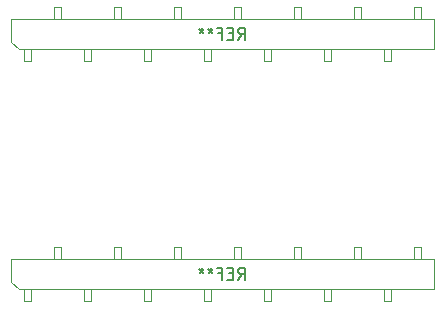
<source format=gbr>
G04 #@! TF.GenerationSoftware,KiCad,Pcbnew,6.0.0-rc1-unknown-59b0f55~66~ubuntu16.04.1*
G04 #@! TF.CreationDate,2018-11-29T09:25:19-07:00
G04 #@! TF.ProjectId,001,3030312e-6b69-4636-9164-5f7063625858,rev?*
G04 #@! TF.SameCoordinates,Original*
G04 #@! TF.FileFunction,Other,Fab,Bot*
%FSLAX46Y46*%
G04 Gerber Fmt 4.6, Leading zero omitted, Abs format (unit mm)*
G04 Created by KiCad (PCBNEW 6.0.0-rc1-unknown-59b0f55~66~ubuntu16.04.1) date Thu 29 Nov 2018 09:25:19 AM MST*
%MOMM*%
%LPD*%
G01*
G04 APERTURE LIST*
%ADD10C,0.100000*%
%ADD11C,0.150000*%
G04 APERTURE END LIST*
D10*
G04 #@! TO.C,REF\002A\002A*
X149525000Y-71998496D02*
X148925000Y-71998496D01*
X149525000Y-72998496D02*
X149525000Y-71998496D01*
X148925000Y-71998496D02*
X148925000Y-72998496D01*
X146985000Y-76538496D02*
X146985000Y-75538496D01*
X146385000Y-76538496D02*
X146985000Y-76538496D01*
X146385000Y-75538496D02*
X146385000Y-76538496D01*
X144445000Y-71998496D02*
X143845000Y-71998496D01*
X144445000Y-72998496D02*
X144445000Y-71998496D01*
X143845000Y-71998496D02*
X143845000Y-72998496D01*
X141905000Y-76538496D02*
X141905000Y-75538496D01*
X141305000Y-76538496D02*
X141905000Y-76538496D01*
X141305000Y-75538496D02*
X141305000Y-76538496D01*
X139365000Y-71998496D02*
X138765000Y-71998496D01*
X139365000Y-72998496D02*
X139365000Y-71998496D01*
X138765000Y-71998496D02*
X138765000Y-72998496D01*
X136825000Y-76538496D02*
X136825000Y-75538496D01*
X136225000Y-76538496D02*
X136825000Y-76538496D01*
X136225000Y-75538496D02*
X136225000Y-76538496D01*
X134285000Y-71998496D02*
X133685000Y-71998496D01*
X134285000Y-72998496D02*
X134285000Y-71998496D01*
X133685000Y-71998496D02*
X133685000Y-72998496D01*
X131745000Y-76538496D02*
X131745000Y-75538496D01*
X131145000Y-76538496D02*
X131745000Y-76538496D01*
X131145000Y-75538496D02*
X131145000Y-76538496D01*
X129205000Y-71998496D02*
X128605000Y-71998496D01*
X129205000Y-72998496D02*
X129205000Y-71998496D01*
X128605000Y-71998496D02*
X128605000Y-72998496D01*
X126665000Y-76538496D02*
X126665000Y-75538496D01*
X126065000Y-76538496D02*
X126665000Y-76538496D01*
X126065000Y-75538496D02*
X126065000Y-76538496D01*
X124125000Y-71998496D02*
X123525000Y-71998496D01*
X124125000Y-72998496D02*
X124125000Y-71998496D01*
X123525000Y-71998496D02*
X123525000Y-72998496D01*
X121585000Y-76538496D02*
X121585000Y-75538496D01*
X120985000Y-76538496D02*
X121585000Y-76538496D01*
X120985000Y-75538496D02*
X120985000Y-76538496D01*
X119045000Y-71998496D02*
X118445000Y-71998496D01*
X119045000Y-72998496D02*
X119045000Y-71998496D01*
X118445000Y-71998496D02*
X118445000Y-72998496D01*
X116505000Y-76538496D02*
X116505000Y-75538496D01*
X115905000Y-76538496D02*
X116505000Y-76538496D01*
X115905000Y-75538496D02*
X115905000Y-76538496D01*
X150595000Y-72998496D02*
X114835000Y-72998496D01*
X150595000Y-75538496D02*
X150595000Y-72998496D01*
X115470000Y-75538496D02*
X150595000Y-75538496D01*
X114835000Y-74903496D02*
X115470000Y-75538496D01*
X114835000Y-72998496D02*
X114835000Y-74903496D01*
X114835000Y-93318496D02*
X114835000Y-95223496D01*
X114835000Y-95223496D02*
X115470000Y-95858496D01*
X115470000Y-95858496D02*
X150595000Y-95858496D01*
X150595000Y-95858496D02*
X150595000Y-93318496D01*
X150595000Y-93318496D02*
X114835000Y-93318496D01*
X115905000Y-95858496D02*
X115905000Y-96858496D01*
X115905000Y-96858496D02*
X116505000Y-96858496D01*
X116505000Y-96858496D02*
X116505000Y-95858496D01*
X118445000Y-92318496D02*
X118445000Y-93318496D01*
X119045000Y-93318496D02*
X119045000Y-92318496D01*
X119045000Y-92318496D02*
X118445000Y-92318496D01*
X120985000Y-95858496D02*
X120985000Y-96858496D01*
X120985000Y-96858496D02*
X121585000Y-96858496D01*
X121585000Y-96858496D02*
X121585000Y-95858496D01*
X123525000Y-92318496D02*
X123525000Y-93318496D01*
X124125000Y-93318496D02*
X124125000Y-92318496D01*
X124125000Y-92318496D02*
X123525000Y-92318496D01*
X126065000Y-95858496D02*
X126065000Y-96858496D01*
X126065000Y-96858496D02*
X126665000Y-96858496D01*
X126665000Y-96858496D02*
X126665000Y-95858496D01*
X128605000Y-92318496D02*
X128605000Y-93318496D01*
X129205000Y-93318496D02*
X129205000Y-92318496D01*
X129205000Y-92318496D02*
X128605000Y-92318496D01*
X131145000Y-95858496D02*
X131145000Y-96858496D01*
X131145000Y-96858496D02*
X131745000Y-96858496D01*
X131745000Y-96858496D02*
X131745000Y-95858496D01*
X133685000Y-92318496D02*
X133685000Y-93318496D01*
X134285000Y-93318496D02*
X134285000Y-92318496D01*
X134285000Y-92318496D02*
X133685000Y-92318496D01*
X136225000Y-95858496D02*
X136225000Y-96858496D01*
X136225000Y-96858496D02*
X136825000Y-96858496D01*
X136825000Y-96858496D02*
X136825000Y-95858496D01*
X138765000Y-92318496D02*
X138765000Y-93318496D01*
X139365000Y-93318496D02*
X139365000Y-92318496D01*
X139365000Y-92318496D02*
X138765000Y-92318496D01*
X141305000Y-95858496D02*
X141305000Y-96858496D01*
X141305000Y-96858496D02*
X141905000Y-96858496D01*
X141905000Y-96858496D02*
X141905000Y-95858496D01*
X143845000Y-92318496D02*
X143845000Y-93318496D01*
X144445000Y-93318496D02*
X144445000Y-92318496D01*
X144445000Y-92318496D02*
X143845000Y-92318496D01*
X146385000Y-95858496D02*
X146385000Y-96858496D01*
X146385000Y-96858496D02*
X146985000Y-96858496D01*
X146985000Y-96858496D02*
X146985000Y-95858496D01*
X148925000Y-92318496D02*
X148925000Y-93318496D01*
X149525000Y-93318496D02*
X149525000Y-92318496D01*
X149525000Y-92318496D02*
X148925000Y-92318496D01*
G04 #@! TD*
G04 #@! TO.C,REF\002A\002A*
D11*
X134048333Y-74720876D02*
X134381666Y-74244686D01*
X134619761Y-74720876D02*
X134619761Y-73720876D01*
X134238809Y-73720876D01*
X134143571Y-73768496D01*
X134095952Y-73816115D01*
X134048333Y-73911353D01*
X134048333Y-74054210D01*
X134095952Y-74149448D01*
X134143571Y-74197067D01*
X134238809Y-74244686D01*
X134619761Y-74244686D01*
X133619761Y-74197067D02*
X133286428Y-74197067D01*
X133143571Y-74720876D02*
X133619761Y-74720876D01*
X133619761Y-73720876D01*
X133143571Y-73720876D01*
X132381666Y-74197067D02*
X132715000Y-74197067D01*
X132715000Y-74720876D02*
X132715000Y-73720876D01*
X132238809Y-73720876D01*
X131715000Y-73720876D02*
X131715000Y-73958972D01*
X131953095Y-73863734D02*
X131715000Y-73958972D01*
X131476904Y-73863734D01*
X131857857Y-74149448D02*
X131715000Y-73958972D01*
X131572142Y-74149448D01*
X130953095Y-73720876D02*
X130953095Y-73958972D01*
X131191190Y-73863734D02*
X130953095Y-73958972D01*
X130715000Y-73863734D01*
X131095952Y-74149448D02*
X130953095Y-73958972D01*
X130810238Y-74149448D01*
X134048333Y-95040876D02*
X134381666Y-94564686D01*
X134619761Y-95040876D02*
X134619761Y-94040876D01*
X134238809Y-94040876D01*
X134143571Y-94088496D01*
X134095952Y-94136115D01*
X134048333Y-94231353D01*
X134048333Y-94374210D01*
X134095952Y-94469448D01*
X134143571Y-94517067D01*
X134238809Y-94564686D01*
X134619761Y-94564686D01*
X133619761Y-94517067D02*
X133286428Y-94517067D01*
X133143571Y-95040876D02*
X133619761Y-95040876D01*
X133619761Y-94040876D01*
X133143571Y-94040876D01*
X132381666Y-94517067D02*
X132715000Y-94517067D01*
X132715000Y-95040876D02*
X132715000Y-94040876D01*
X132238809Y-94040876D01*
X131715000Y-94040876D02*
X131715000Y-94278972D01*
X131953095Y-94183734D02*
X131715000Y-94278972D01*
X131476904Y-94183734D01*
X131857857Y-94469448D02*
X131715000Y-94278972D01*
X131572142Y-94469448D01*
X130953095Y-94040876D02*
X130953095Y-94278972D01*
X131191190Y-94183734D02*
X130953095Y-94278972D01*
X130715000Y-94183734D01*
X131095952Y-94469448D02*
X130953095Y-94278972D01*
X130810238Y-94469448D01*
G04 #@! TD*
M02*

</source>
